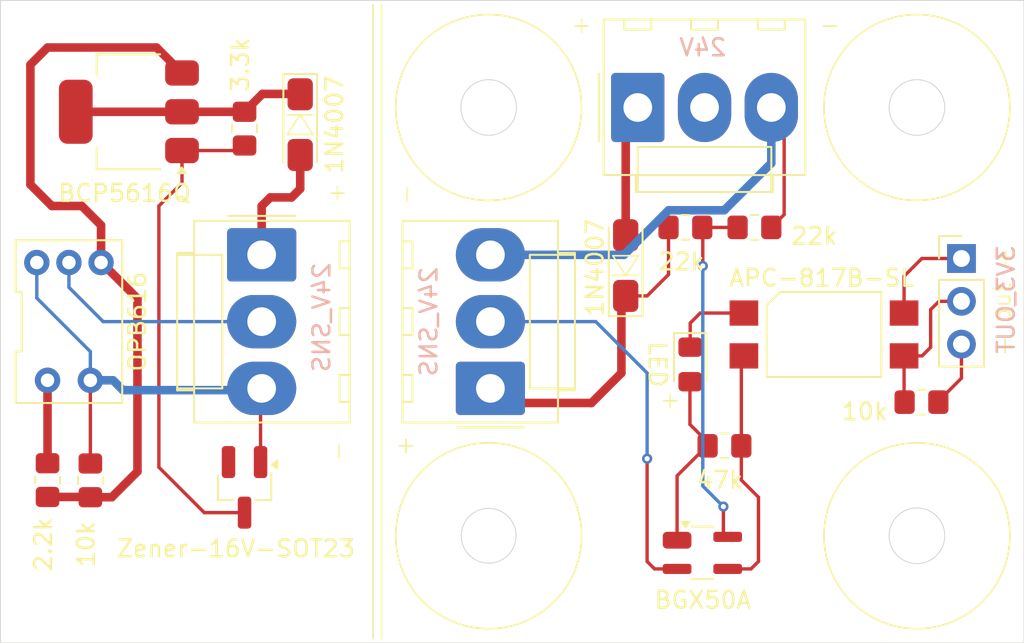
<source format=kicad_pcb>
(kicad_pcb (version 20240108) (generator "pcbnew") (generator_version "8.0")
  (layers (0 "F.Cu" signal) (31 "B.Cu" signal) (34 "B.Paste" user) (35 "F.Paste" user) (36 "B.SilkS" user "B.Silkscreen") (37 "F.SilkS" user "F.Silkscreen") (38 "B.Mask" user) (39 "F.Mask" user) (44 "Edge.Cuts" user))
  (net 0 "")
  (net 1 "Net-(D2-+)")
  (net 2 "Net-(D2--)")
  (net 3 "Net-(T1-E)")
  (net 4 "Net-(D4-A)")
  (net 5 "Net-(D1-A)")
  (net 6 "Net-(U2-Pin_1)")
  (net 7 "Net-(D1-K)")
  (net 8 "Net-(J3-Pin_1)")
  (net 9 "Net-(J1-Pin_2)")
  (net 10 "Net-(J3-Pin_2)")
  (net 11 "Net-(D2-Pad4)")
  (net 12 "Net-(J3-Pin_3)")
  (net 13 "Net-(D4-K)")
  (net 16 "Net-(J1_B1-Pin_2)")
  (net 17 "Net-(D5-A)")
  (net 18 "Net-(D5-K)")
  (net 19 "Net-(J1-Pin_3)")
  (net 20 "Net-(D3-K)")
  (footprint "Connector_Molex:Molex_KK-396_A-41791-0003_1x03_P3.96mm_Vertical" (layer "F.Cu") (at 127.105 67.46 90)
    (property "Reference" "J1")
    (property "Value" "24V_SNS" (at 3.96 -3.661 -90) (layer "B.SilkS") (effects (justify mirror)))
    (fp_line (start 9.94 -5.22) (end 9.94 4.005) (stroke (width 0.12)) (layer "F.SilkS"))
    (fp_line (start 7.12 -5.22) (end 7.12 -4.62) (stroke (width 0.12)) (layer "F.SilkS"))
    (fp_line (start 3.16 -5.22) (end 3.16 -4.62) (stroke (width 0.12)) (layer "F.SilkS"))
    (fp_line (start -0.8 -5.22) (end -0.8 -4.62) (stroke (width 0.12)) (layer "F.SilkS"))
    (fp_line (start -2.02 -5.22) (end 9.94 -5.22) (stroke (width 0.12)) (layer "F.SilkS"))
    (fp_line (start 8.72 -4.62) (end 8.72 -5.22) (stroke (width 0.12)) (layer "F.SilkS"))
    (fp_line (start 7.12 -4.62) (end 8.72 -4.62) (stroke (width 0.12)) (layer "F.SilkS"))
    (fp_line (start 4.76 -4.62) (end 4.76 -5.22) (stroke (width 0.12)) (layer "F.SilkS"))
    (fp_line (start 3.16 -4.62) (end 4.76 -4.62) (stroke (width 0.12)) (layer "F.SilkS"))
    (fp_line (start 0.8 -4.62) (end 0.8 -5.22) (stroke (width 0.12)) (layer "F.SilkS"))
    (fp_line (start -0.8 -4.62) (end 0.8 -4.62) (stroke (width 0.12)) (layer "F.SilkS"))
    (fp_line (start -2.31 -2) (end -2.31 2) (stroke (width 0.12)) (layer "F.SilkS"))
    (fp_line (start 7.92 2.34) (end 7.92 4.01) (stroke (width 0.12)) (layer "F.SilkS"))
    (fp_line (start 0 2.34) (end 7.92 2.34) (stroke (width 0.12)) (layer "F.SilkS"))
    (fp_line (start 9.94 4.005) (end 8.035 4.005) (stroke (width 0.12)) (layer "F.SilkS"))
    (fp_line (start 8.035 4.005) (end 8.035 5.01) (stroke (width 0.12)) (layer "F.SilkS"))
    (fp_line (start -0.115 4.005) (end -2.02 4.005) (stroke (width 0.12)) (layer "F.SilkS"))
    (fp_line (start -2.02 4.005) (end -2.02 -5.22) (stroke (width 0.12)) (layer "F.SilkS"))
    (fp_line (start 7.92 4.01) (end 7.92 5.01) (stroke (width 0.12)) (layer "F.SilkS"))
    (fp_line (start 0 4.01) (end 0 2.34) (stroke (width 0.12)) (layer "F.SilkS"))
    (fp_line (start 0 4.01) (end 7.92 4.01) (stroke (width 0.12)) (layer "F.SilkS"))
    (fp_line (start 8.035 5.01) (end -0.115 5.01) (stroke (width 0.12)) (layer "F.SilkS"))
    (fp_line (start 0 5.01) (end 0 4.01) (stroke (width 0.12)) (layer "F.SilkS"))
    (fp_line (start -0.115 5.01) (end -0.115 4.005) (stroke (width 0.12)) (layer "F.SilkS"))
    (pad "1" thru_hole roundrect (at 0 0 90) (size 3.16 4.1) (drill 1.7) (layers "*.Cu" "*.Mask") (roundrect_rratio 0.079114) (net 7 "Net-(D1-K)"))
    (pad "2" thru_hole oval (at 3.96 0 90) (size 3.16 4.1) (drill 1.7) (layers "*.Cu" "*.Mask") (net 9 "Net-(J1-Pin_2)"))
    (pad "3" thru_hole oval (at 7.92 0 90) (size 3.16 4.1) (drill 1.7) (layers "*.Cu" "*.Mask") (net 19 "Net-(J1-Pin_3)"))
  )
  (footprint "Package_TO_SOT_SMD:SOT-143_Handsoldering" (layer "F.Cu") (at 139.676 77.216)
    (property "Reference" "D2")
    (property "Value" "BGX50A" (at 0.024 2.794 0) (layer "F.SilkS"))
    (fp_line (start -0.65 1.56) (end 0.65 1.56) (stroke (width 0.12)) (layer "F.SilkS"))
    (fp_line (start 0.65 -1.56) (end -0.62 -1.56) (stroke (width 0.12)) (layer "F.SilkS"))
    (fp_poly (pts (xy -1 -1.51) (xy -1.24 -1.84) (xy -0.76 -1.84) (xy -1 -1.51)) (stroke (width 0.12)) (fill solid) (layer "F.SilkS"))
    (pad "1" smd roundrect (at -1.5 -0.75) (size 1.7 1) (layers "F.Cu" "F.Paste" "F.Mask") (net 1 "Net-(D2-+)"))
    (pad "2" smd roundrect (at -1.5 0.95) (size 1.7 0.6) (layers "F.Cu" "F.Paste" "F.Mask") (net 9 "Net-(J1-Pin_2)"))
    (pad "3" smd roundrect (at 1.5 0.95) (size 1.7 0.6) (layers "F.Cu" "F.Paste" "F.Mask") (net 2 "Net-(D2--)"))
    (pad "4" smd roundrect (at 1.5 -0.95) (size 1.7 0.6) (layers "F.Cu" "F.Paste" "F.Mask") (net 11 "Net-(D2-Pad4)"))
  )
  (footprint "Resistor_SMD:R_0805_2012Metric_Pad1.20x1.40mm_HandSolder" (layer "F.Cu") (at 138.668 57.912)
    (property "Reference" "R1")
    (property "Value" "22k" (at -0.238 2.032 0) (layer "F.SilkS"))
    (fp_line (start -0.227064 -0.735) (end 0.227064 -0.735) (stroke (width 0.12)) (layer "F.SilkS"))
    (fp_line (start -0.227064 0.735) (end 0.227064 0.735) (stroke (width 0.12)) (layer "F.SilkS"))
    (pad "1" smd roundrect (at -1 0) (size 1.2 1.4) (layers "F.Cu" "F.Paste" "F.Mask") (roundrect_rratio 0.208333) (net 7 "Net-(D1-K)"))
    (pad "2" smd roundrect (at 1 0) (size 1.2 1.4) (layers "F.Cu" "F.Paste" "F.Mask") (roundrect_rratio 0.208333) (net 11 "Net-(D2-Pad4)"))
  )
  (footprint "Package_TO_SOT_SMD:SOT-223-3_TabPin2" (layer "F.Cu") (at 105.664 51.054 180)
    (property "Reference" "T1")
    (property "Value" "BCP5616Q" (at 0.254 -4.826 180) (layer "F.SilkS"))
    (fp_line (start 1.91 3.41) (end 1.91 2.15) (stroke (width 0.12)) (layer "F.SilkS"))
    (fp_line (start 1.91 -3.41) (end 1.91 -2.15) (stroke (width 0.12)) (layer "F.SilkS"))
    (fp_line (start -1.85 3.41) (end 1.91 3.41) (stroke (width 0.12)) (layer "F.SilkS"))
    (fp_line (start -1.85 -3.41) (end 1.91 -3.41) (stroke (width 0.12)) (layer "F.SilkS"))
    (fp_poly (pts (xy -3.13 -3.31) (xy -3.37 -3.64) (xy -2.89 -3.64) (xy -3.13 -3.31)) (stroke (width 0.12)) (fill solid) (layer "F.SilkS"))
    (pad "1" smd roundrect (at -3.15 -2.3 180) (size 2 1.5) (layers "F.Cu" "F.Paste" "F.Mask") (net 13 "Net-(D4-K)"))
    (pad "2" smd roundrect (at -3.15 0 180) (size 2 1.5) (layers "F.Cu" "F.Paste" "F.Mask") (net 18 "Net-(D5-K)"))
    (pad "2" smd roundrect (at 3.15 0 180) (size 2 3.8) (layers "F.Cu" "F.Paste" "F.Mask") (net 18 "Net-(D5-K)"))
    (pad "3" smd roundrect (at -3.15 2.3 180) (size 2 1.5) (layers "F.Cu" "F.Paste" "F.Mask") (net 3 "Net-(T1-E)"))
  )
  (footprint "Connector_Molex:Molex_KK-396_A-41791-0003_1x03_P3.96mm_Vertical" (layer "F.Cu") (at 113.538 59.54 -90)
    (property "Reference" "J1_B1")
    (property "Value" "24V_SNS" (at 3.706 -3.556 90) (layer "B.SilkS") (effects (justify mirror)))
    (fp_line (start -0.115 5.01) (end -0.115 4.005) (stroke (width 0.12)) (layer "F.SilkS"))
    (fp_line (start 0 5.01) (end 0 4.01) (stroke (width 0.12)) (layer "F.SilkS"))
    (fp_line (start 8.035 5.01) (end -0.115 5.01) (stroke (width 0.12)) (layer "F.SilkS"))
    (fp_line (start 0 4.01) (end 7.92 4.01) (stroke (width 0.12)) (layer "F.SilkS"))
    (fp_line (start 0 4.01) (end 0 2.34) (stroke (width 0.12)) (layer "F.SilkS"))
    (fp_line (start 7.92 4.01) (end 7.92 5.01) (stroke (width 0.12)) (layer "F.SilkS"))
    (fp_line (start -2.02 4.005) (end -2.02 -5.22) (stroke (width 0.12)) (layer "F.SilkS"))
    (fp_line (start -0.115 4.005) (end -2.02 4.005) (stroke (width 0.12)) (layer "F.SilkS"))
    (fp_line (start 8.035 4.005) (end 8.035 5.01) (stroke (width 0.12)) (layer "F.SilkS"))
    (fp_line (start 9.94 4.005) (end 8.035 4.005) (stroke (width 0.12)) (layer "F.SilkS"))
    (fp_line (start 0 2.34) (end 7.92 2.34) (stroke (width 0.12)) (layer "F.SilkS"))
    (fp_line (start 7.92 2.34) (end 7.92 4.01) (stroke (width 0.12)) (layer "F.SilkS"))
    (fp_line (start -2.31 -2) (end -2.31 2) (stroke (width 0.12)) (layer "F.SilkS"))
    (fp_line (start -0.8 -4.62) (end 0.8 -4.62) (stroke (width 0.12)) (layer "F.SilkS"))
    (fp_line (start 0.8 -4.62) (end 0.8 -5.22) (stroke (width 0.12)) (layer "F.SilkS"))
    (fp_line (start 3.16 -4.62) (end 4.76 -4.62) (stroke (width 0.12)) (layer "F.SilkS"))
    (fp_line (start 4.76 -4.62) (end 4.76 -5.22) (stroke (width 0.12)) (layer "F.SilkS"))
    (fp_line (start 7.12 -4.62) (end 8.72 -4.62) (stroke (width 0.12)) (layer "F.SilkS"))
    (fp_line (start 8.72 -4.62) (end 8.72 -5.22) (stroke (width 0.12)) (layer "F.SilkS"))
    (fp_line (start -2.02 -5.22) (end 9.94 -5.22) (stroke (width 0.12)) (layer "F.SilkS"))
    (fp_line (start -0.8 -5.22) (end -0.8 -4.62) (stroke (width 0.12)) (layer "F.SilkS"))
    (fp_line (start 3.16 -5.22) (end 3.16 -4.62) (stroke (width 0.12)) (layer "F.SilkS"))
    (fp_line (start 7.12 -5.22) (end 7.12 -4.62) (stroke (width 0.12)) (layer "F.SilkS"))
    (fp_line (start 9.94 -5.22) (end 9.94 4.005) (stroke (width 0.12)) (layer "F.SilkS"))
    (pad "1" thru_hole roundrect (at 0 0 270) (size 3.16 4.1) (drill 1.7) (layers "*.Cu" "*.Mask") (roundrect_rratio 0.079114) (net 17 "Net-(D5-A)"))
    (pad "2" thru_hole oval (at 3.96 0 270) (size 3.16 4.1) (drill 1.7) (layers "*.Cu" "*.Mask") (net 16 "Net-(J1_B1-Pin_2)"))
    (pad "3" thru_hole oval (at 7.92 0 270) (size 3.16 4.1) (drill 1.7) (layers "*.Cu" "*.Mask") (net 4 "Net-(D4-A)"))
  )
  (footprint "Secoh:APC-817-SL" (layer "F.Cu") (at 146.888 64.262 -90)
    (property "Reference" "U1")
    (property "Value" "APC-817B-SL" (at -3.3528 0.1268 0) (layer "F.SilkS"))
    (fp_line (start -1.72 3.4) (end -2.52 2.6) (stroke (width 0.12)) (layer "F.SilkS"))
    (fp_line (start 2.52 3.4) (end -1.72 3.4) (stroke (width 0.12)) (layer "F.SilkS"))
    (fp_line (start -2.52 2.6) (end -2.52 -3.4) (stroke (width 0.12)) (layer "F.SilkS"))
    (fp_line (start -2.52 -3.4) (end 2.52 -3.4) (stroke (width 0.12)) (layer "F.SilkS"))
    (fp_line (start 2.52 -3.4) (end 2.52 3.4) (stroke (width 0.12)) (layer "F.SilkS"))
    (pad "1" smd rect (at -1.27 4.75 270) (size 1.5 1.7) (layers "F.Cu" "F.Paste" "F.Mask") (net 20 "Net-(D3-K)"))
    (pad "2" smd rect (at 1.27 4.75 270) (size 1.5 1.7) (layers "F.Cu" "F.Paste" "F.Mask") (net 2 "Net-(D2--)"))
    (pad "3" smd rect (at 1.27 -4.75 270) (size 1.5 1.7) (layers "F.Cu" "F.Paste" "F.Mask") (net 10 "Net-(J3-Pin_2)"))
    (pad "4" smd rect (at -1.27 -4.75 270) (size 1.5 1.7) (layers "F.Cu" "F.Paste" "F.Mask") (net 8 "Net-(J3-Pin_1)"))
  )
  (footprint "Secoh:LED_0805" (layer "F.Cu") (at 138.938 66.049 -90)
    (property "Reference" "D3")
    (property "Value" "LED" (at -0.009 1.9304 -90) (layer "F.SilkS"))
    (fp_line (start -1.8694 0.9442) (end 0.9906 0.9442) (stroke (width 0.12)) (layer "F.SilkS"))
    (fp_line (start -1.8694 -0.9758) (end -1.8694 0.9442) (stroke (width 0.12)) (layer "F.SilkS"))
    (fp_line (start 0.9906 -0.9758) (end -1.8694 -0.9758) (stroke (width 0.12)) (layer "F.SilkS"))
    (fp_text user "+" (at 1.4642 1.6764 -90) (layer "F.SilkS") (effects (font (thickness 0.1)) (justify left bottom)))
    (pad "1" smd roundrect (at -1.0344 -0.0158 270) (size 1.15 1.4) (layers "F.Cu" "F.Paste" "F.Mask") (roundrect_rratio 0.217391) (net 20 "Net-(D3-K)"))
    (pad "2" smd roundrect (at 1.0156 -0.0158 270) (size 1.15 1.4) (layers "F.Cu" "F.Paste" "F.Mask") (roundrect_rratio 0.217391) (net 1 "Net-(D2-+)"))
  )
  (footprint "Resistor_SMD:R_0805_2012Metric_Pad1.20x1.40mm_HandSolder" (layer "F.Cu") (at 152.67 68.2752)
    (property "Reference" "R4")
    (property "Value" "10k" (at -3.3688 0.5588 0) (layer "F.SilkS"))
    (fp_line (start -0.227064 -0.735) (end 0.227064 -0.735) (stroke (width 0.12)) (layer "F.SilkS"))
    (fp_line (start -0.227064 0.735) (end 0.227064 0.735) (stroke (width 0.12)) (layer "F.SilkS"))
    (pad "1" smd roundrect (at -1 0) (size 1.2 1.4) (layers "F.Cu" "F.Paste" "F.Mask") (roundrect_rratio 0.208333) (net 10 "Net-(J3-Pin_2)"))
    (pad "2" smd roundrect (at 1 0) (size 1.2 1.4) (layers "F.Cu" "F.Paste" "F.Mask") (roundrect_rratio 0.208333) (net 12 "Net-(J3-Pin_3)"))
  )
  (footprint "Secoh:D_SOD-123F_hand_soldering" (layer "F.Cu") (at 115.824 51.816 -90)
    (property "Reference" "D5")
    (property "Value" "1N4007" (at 0 -2.032 90) (layer "F.SilkS"))
    (fp_line (start -3 1) (end 2.25 1) (stroke (width 0.12)) (layer "F.SilkS"))
    (fp_line (start 0.5842 0.762) (end -0.5842 0) (stroke (width 0.1)) (layer "F.SilkS"))
    (fp_line (start -0.5842 0) (end 0.5842 -0.762) (stroke (width 0.1)) (layer "F.SilkS"))
    (fp_line (start -0.5842 -0.762) (end -0.5842 0.762) (stroke (width 0.1)) (layer "F.SilkS"))
    (fp_line (start 0.5842 -0.762) (end 0.5842 0.762) (stroke (width 0.1)) (layer "F.SilkS"))
    (fp_line (start -3 -1) (end -3 1) (stroke (width 0.12)) (layer "F.SilkS"))
    (fp_line (start -3 -1) (end 2.25 -1) (stroke (width 0.12)) (layer "F.SilkS"))
    (pad "1" smd roundrect (at -1.8 0 270) (size 1.9 1.5) (layers "F.Cu" "F.Paste" "F.Mask") (roundrect_rratio 0.2272727273) (net 18 "Net-(D5-K)"))
    (pad "2" smd roundrect (at 1.8 0 270) (size 1.9 1.5) (layers "F.Cu" "F.Paste" "F.Mask") (roundrect_rratio 0.2272727273) (net 17 "Net-(D5-A)"))
  )
  (footprint "Package_TO_SOT_SMD:SOT-23_Handsoldering" (layer "F.Cu") (at 112.522 73.3284 -90)
    (property "Reference" "D4")
    (property "Value" "Zener-16V-SOT23" (at 3.6336 0.508 0) (layer "F.SilkS"))
    (fp_line (start 0.76 1.58) (end -0.7 1.58) (stroke (width 0.12)) (layer "F.SilkS"))
    (fp_line (start 0.76 1.58) (end 0.76 0.65) (stroke (width 0.12)) (layer "F.SilkS"))
    (fp_line (start -0.04 -1.58) (end -0.84 -1.58) (stroke (width 0.12)) (layer "F.SilkS"))
    (fp_line (start -0.04 -1.58) (end 0.76 -1.58) (stroke (width 0.12)) (layer "F.SilkS"))
    (fp_line (start 0.76 -1.58) (end 0.76 -0.65) (stroke (width 0.12)) (layer "F.SilkS"))
    (fp_poly (pts (xy -1.34 -1.61) (xy -1.58 -1.94) (xy -1.1 -1.94) (xy -1.34 -1.61)) (stroke (width 0.12)) (fill solid) (layer "F.SilkS"))
    (pad "1" smd roundrect (at -1.5 -0.95 270) (size 1.9 0.8) (layers "F.Cu" "F.Paste" "F.Mask") (net 4 "Net-(D4-A)"))
    (pad "2" smd roundrect (at -1.5 0.95 270) (size 1.9 0.8) (layers "F.Cu" "F.Paste" "F.Mask"))
    (pad "3" smd roundrect (at 1.5 0 270) (size 1.9 0.8) (layers "F.Cu" "F.Paste" "F.Mask") (net 13 "Net-(D4-K)"))
  )
  (footprint "Resistor_SMD:R_0805_2012Metric_Pad1.20x1.40mm_HandSolder" (layer "F.Cu") (at 140.986 70.866)
    (property "Reference" "R3")
    (property "Value" "47k" (at -0.27 2.032 0) (layer "F.SilkS"))
    (fp_line (start -0.227064 -0.735) (end 0.227064 -0.735) (stroke (width 0.12)) (layer "F.SilkS"))
    (fp_line (start -0.227064 0.735) (end 0.227064 0.735) (stroke (width 0.12)) (layer "F.SilkS"))
    (pad "1" smd roundrect (at -1 0) (size 1.2 1.4) (layers "F.Cu" "F.Paste" "F.Mask") (roundrect_rratio 0.208333) (net 1 "Net-(D2-+)"))
    (pad "2" smd roundrect (at 1 0) (size 1.2 1.4) (layers "F.Cu" "F.Paste" "F.Mask") (roundrect_rratio 0.208333) (net 2 "Net-(D2--)"))
  )
  (footprint "Secoh:D_SOD-123F_hand_soldering" (layer "F.Cu") (at 135.128 60.176 90)
    (property "Reference" "D1")
    (property "Value" "1N4007" (at -0.1236 -1.8288 90) (layer "F.SilkS"))
    (fp_line (start -3 -1) (end 2.25 -1) (stroke (width 0.12)) (layer "F.SilkS"))
    (fp_line (start -3 -1) (end -3 1) (stroke (width 0.12)) (layer "F.SilkS"))
    (fp_line (start 0.5842 -0.762) (end 0.5842 0.762) (stroke (width 0.1)) (layer "F.SilkS"))
    (fp_line (start -0.5842 -0.762) (end -0.5842 0.762) (stroke (width 0.1)) (layer "F.SilkS"))
    (fp_line (start -0.5842 0) (end 0.5842 -0.762) (stroke (width 0.1)) (layer "F.SilkS"))
    (fp_line (start 0.5842 0.762) (end -0.5842 0) (stroke (width 0.1)) (layer "F.SilkS"))
    (fp_line (start -3 1) (end 2.25 1) (stroke (width 0.12)) (layer "F.SilkS"))
    (pad "1" smd roundrect (at -1.8 0 90) (size 1.9 1.5) (layers "F.Cu" "F.Paste" "F.Mask") (roundrect_rratio 0.2272727273) (net 7 "Net-(D1-K)"))
    (pad "2" smd roundrect (at 1.8 0 90) (size 1.9 1.5) (layers "F.Cu" "F.Paste" "F.Mask") (roundrect_rratio 0.2272727273) (net 5 "Net-(D1-A)"))
  )
  (footprint "Connector_PinHeader_2.54mm:PinHeader_1x03_P2.54mm_Vertical" (layer "F.Cu") (at 155.0416 59.7558)
    (property "Reference" "J3")
    (property "Value" "3V3_OUT" (at 2.6416 2.4384 90) (layer "B.SilkS") (effects (justify mirror)))
    (fp_line (start -1.33 -1.33) (end 0 -1.33) (stroke (width 0.12)) (layer "F.SilkS"))
    (fp_line (start -1.33 0) (end -1.33 -1.33) (stroke (width 0.12)) (layer "F.SilkS"))
    (fp_line (start -1.33 1.27) (end -1.33 6.41) (stroke (width 0.12)) (layer "F.SilkS"))
    (fp_line (start -1.33 1.27) (end 1.33 1.27) (stroke (width 0.12)) (layer "F.SilkS"))
    (fp_line (start -1.33 6.41) (end 1.33 6.41) (stroke (width 0.12)) (layer "F.SilkS"))
    (fp_line (start 1.33 1.27) (end 1.33 6.41) (stroke (width 0.12)) (layer "F.SilkS"))
    (pad "1" thru_hole rect (at 0 0) (size 1.7 1.7) (drill 1) (layers "*.Cu" "*.Mask") (net 8 "Net-(J3-Pin_1)"))
    (pad "2" thru_hole oval (at 0 2.54) (size 1.7 1.7) (drill 1) (layers "*.Cu" "*.Mask") (net 10 "Net-(J3-Pin_2)"))
    (pad "3" thru_hole oval (at 0 5.08) (size 1.7 1.7) (drill 1) (layers "*.Cu" "*.Mask") (net 12 "Net-(J3-Pin_3)"))
  )
  (footprint "Resistor_SMD:R_0805_2012Metric_Pad1.20x1.40mm_HandSolder" (layer "F.Cu") (at 112.522 52.054 -90)
    (property "Reference" "R5")
    (property "Value" "3.3k" (at -3.794 0.254 90) (layer "F.SilkS"))
    (fp_line (start -0.227064 0.735) (end 0.227064 0.735) (stroke (width 0.12)) (layer "F.SilkS"))
    (fp_line (start -0.227064 -0.735) (end 0.227064 -0.735) (stroke (width 0.12)) (layer "F.SilkS"))
    (pad "1" smd roundrect (at -1 0 270) (size 1.2 1.4) (layers "F.Cu" "F.Paste" "F.Mask") (roundrect_rratio 0.208333) (net 18 "Net-(D5-K)"))
    (pad "2" smd roundrect (at 1 0 270) (size 1.2 1.4) (layers "F.Cu" "F.Paste" "F.Mask") (roundrect_rratio 0.208333) (net 13 "Net-(D4-K)"))
  )
  (footprint "Secoh:OPB-616" (layer "F.Cu") (at 102.108 63.5)
    (property "Reference" "U2")
    (property "Value" "OPB616" (at 4.064 0 90) (layer "F.SilkS"))
    (fp_line (start -3.16 -4.826) (end -3.16 -1.771666) (stroke (width 0.12)) (layer "F.SilkS"))
    (fp_line (start -3.16 -1.771666) (end -2.8 -1.771666) (stroke (width 0.12)) (layer "F.SilkS"))
    (fp_line (start -3.16 1.771666) (end -3.16 4.826) (stroke (width 0.12)) (layer "F.SilkS"))
    (fp_line (start -3.16 4.826) (end 3.159999 4.826) (stroke (width 0.12)) (layer "F.SilkS"))
    (fp_line (start -2.8 -1.771666) (end -2.8 1.771666) (stroke (width 0.12)) (layer "F.SilkS"))
    (fp_line (start -2.8 1.771666) (end -3.16 1.771666) (stroke (width 0.12)) (layer "F.SilkS"))
    (fp_line (start 3.159999 -4.826) (end -3.16 -4.826) (stroke (width 0.12)) (layer "F.SilkS"))
    (fp_line (start 3.159999 4.826) (end 3.159999 -4.826) (stroke (width 0.12)) (layer "F.SilkS"))
    (pad "1" thru_hole circle (at -1.27 3.4798) (size 1.5 1.5) (drill 0.8) (layers "*.Cu" "*.Mask") (net 6 "Net-(U2-Pin_1)"))
    (pad "2" thru_hole circle (at 1.27 3.4798) (size 1.5 1.5) (drill 0.8) (layers "*.Cu" "*.Mask") (net 4 "Net-(D4-A)"))
    (pad "3" thru_hole circle (at 1.905 -3.5052) (size 1.5 1.5) (drill 0.8) (layers "*.Cu" "*.Mask") (net 3 "Net-(T1-E)"))
    (pad "4" thru_hole circle (at 0 -3.5052) (size 1.5 1.5) (drill 0.8) (layers "*.Cu" "*.Mask") (net 16 "Net-(J1_B1-Pin_2)"))
    (pad "5" thru_hole circle (at -1.905 -3.5052) (size 1.5 1.5) (drill 0.8) (layers "*.Cu" "*.Mask") (net 4 "Net-(D4-A)"))
  )
  (footprint "Resistor_SMD:R_0805_2012Metric_Pad1.20x1.40mm_HandSolder" (layer "F.Cu") (at 103.378 72.914 90)
    (property "Reference" "R7")
    (property "Value" "10k" (at -3.794 -0.254 -90) (layer "F.SilkS"))
    (fp_line (start -0.227064 -0.735) (end 0.227064 -0.735) (stroke (width 0.12)) (layer "F.SilkS"))
    (fp_line (start -0.227064 0.735) (end 0.227064 0.735) (stroke (width 0.12)) (layer "F.SilkS"))
    (pad "1" smd roundrect (at -1 0 90) (size 1.2 1.4) (layers "F.Cu" "F.Paste" "F.Mask") (roundrect_rratio 0.208333) (net 3 "Net-(T1-E)"))
    (pad "2" smd roundrect (at 1 0 90) (size 1.2 1.4) (layers "F.Cu" "F.Paste" "F.Mask") (roundrect_rratio 0.208333) (net 4 "Net-(D4-A)"))
  )
  (footprint "Connector_Molex:Molex_KK-396_A-41791-0003_1x03_P3.96mm_Vertical" (layer "F.Cu") (at 135.844 50.8)
    (property "Reference" "J2")
    (property "Value" "24V" (at 3.856 -3.556 0) (layer "B.SilkS") (effects (justify mirror)))
    (fp_line (start -2.31 -2) (end -2.31 2) (stroke (width 0.12)) (layer "F.SilkS"))
    (fp_line (start -2.02 -5.22) (end 9.94 -5.22) (stroke (width 0.12)) (layer "F.SilkS"))
    (fp_line (start -2.02 4.005) (end -2.02 -5.22) (stroke (width 0.12)) (layer "F.SilkS"))
    (fp_line (start -0.8 -5.22) (end -0.8 -4.62) (stroke (width 0.12)) (layer "F.SilkS"))
    (fp_line (start -0.8 -4.62) (end 0.8 -4.62) (stroke (width 0.12)) (layer "F.SilkS"))
    (fp_line (start -0.115 4.005) (end -2.02 4.005) (stroke (width 0.12)) (layer "F.SilkS"))
    (fp_line (start -0.115 5.01) (end -0.115 4.005) (stroke (width 0.12)) (layer "F.SilkS"))
    (fp_line (start 0 2.34) (end 7.92 2.34) (stroke (width 0.12)) (layer "F.SilkS"))
    (fp_line (start 0 4.01) (end 0 2.34) (stroke (width 0.12)) (layer "F.SilkS"))
    (fp_line (start 0 4.01) (end 7.92 4.01) (stroke (width 0.12)) (layer "F.SilkS"))
    (fp_line (start 0 5.01) (end 0 4.01) (stroke (width 0.12)) (layer "F.SilkS"))
    (fp_line (start 0.8 -4.62) (end 0.8 -5.22) (stroke (width 0.12)) (layer "F.SilkS"))
    (fp_line (start 3.16 -5.22) (end 3.16 -4.62) (stroke (width 0.12)) (layer "F.SilkS"))
    (fp_line (start 3.16 -4.62) (end 4.76 -4.62) (stroke (width 0.12)) (layer "F.SilkS"))
    (fp_line (start 4.76 -4.62) (end 4.76 -5.22) (stroke (width 0.12)) (layer "F.SilkS"))
    (fp_line (start 7.12 -5.22) (end 7.12 -4.62) (stroke (width 0.12)) (layer "F.SilkS"))
    (fp_line (start 7.12 -4.62) (end 8.72 -4.62) (stroke (width 0.12)) (layer "F.SilkS"))
    (fp_line (start 7.92 2.34) (end 7.92 4.01) (stroke (width 0.12)) (layer "F.SilkS"))
    (fp_line (start 7.92 4.01) (end 7.92 5.01) (stroke (width 0.12)) (layer "F.SilkS"))
    (fp_line (start 8.035 4.005) (end 8.035 5.01) (stroke (width 0.12)) (layer "F.SilkS"))
    (fp_line (start 8.035 5.01) (end -0.115 5.01) (stroke (width 0.12)) (layer "F.SilkS"))
    (fp_line (start 8.72 -4.62) (end 8.72 -5.22) (stroke (width 0.12)) (layer "F.SilkS"))
    (fp_line (start 9.94 -5.22) (end 9.94 4.005) (stroke (width 0.12)) (layer "F.SilkS"))
    (fp_line (start 9.94 4.005) (end 8.035 4.005) (stroke (width 0.12)) (layer "F.SilkS"))
    (pad "1" thru_hole roundrect (at 0 0) (size 3.16 4.1) (drill 1.7) (layers "*.Cu" "*.Mask") (roundrect_rratio 0.079114) (net 5 "Net-(D1-A)"))
    (pad "2" thru_hole oval (at 3.96 0) (size 3.16 4.1) (drill 1.7) (layers "*.Cu" "*.Mask"))
    (pad "3" thru_hole oval (at 7.92 0) (size 3.16 4.1) (drill 1.7) (layers "*.Cu" "*.Mask") (net 19 "Net-(J1-Pin_3)"))
  )
  (footprint "Resistor_SMD:R_0805_2012Metric_Pad1.20x1.40mm_HandSolder" (layer "F.Cu") (at 100.838 72.898 90)
    (property "Reference" "R6")
    (property "Value" "2.2k" (at -3.81 -0.254 -90) (layer "F.SilkS"))
    (fp_line (start -0.227064 -0.735) (end 0.227064 -0.735) (stroke (width 0.12)) (layer "F.SilkS"))
    (fp_line (start -0.227064 0.735) (end 0.227064 0.735) (stroke (width 0.12)) (layer "F.SilkS"))
    (pad "1" smd roundrect (at -1 0 90) (size 1.2 1.4) (layers "F.Cu" "F.Paste" "F.Mask") (roundrect_rratio 0.208333) (net 3 "Net-(T1-E)"))
    (pad "2" smd roundrect (at 1 0 90) (size 1.2 1.4) (layers "F.Cu" "F.Paste" "F.Mask") (roundrect_rratio 0.208333) (net 6 "Net-(U2-Pin_1)"))
  )
  (footprint "Resistor_SMD:R_0805_2012Metric_Pad1.20x1.40mm_HandSolder" (layer "F.Cu") (at 142.764 57.912)
    (property "Reference" "R2")
    (property "Value" "22k" (at 3.54 0.508 0) (layer "F.SilkS"))
    (fp_line (start -0.227064 -0.735) (end 0.227064 -0.735) (stroke (width 0.12)) (layer "F.SilkS"))
    (fp_line (start -0.227064 0.735) (end 0.227064 0.735) (stroke (width 0.12)) (layer "F.SilkS"))
    (pad "1" smd roundrect (at -1 0) (size 1.2 1.4) (layers "F.Cu" "F.Paste" "F.Mask") (roundrect_rratio 0.208333) (net 11 "Net-(D2-Pad4)"))
    (pad "2" smd roundrect (at 1 0) (size 1.2 1.4) (layers "F.Cu" "F.Paste" "F.Mask") (roundrect_rratio 0.208333) (net 19 "Net-(J1-Pin_3)"))
  )
  (gr_circle (center 152.4 50.8) (end 157.9118 50.8) (stroke (width 0.1)) (fill none) (layer "F.SilkS"))
  (gr_circle (center 152.4 76.2) (end 157.9118 76.2) (stroke (width 0.1)) (fill none) (layer "F.SilkS"))
  (gr_circle (center 127 76.2) (end 132.5118 76.2) (stroke (width 0.1)) (fill none) (layer "F.SilkS"))
  (gr_line (start 120.142 44.704) (end 120.142 82.296) (stroke (width 0.1)) (layer "F.SilkS"))
  (gr_circle (center 127 50.8) (end 132.5118 50.8) (stroke (width 0.1)) (fill none) (layer "F.SilkS"))
  (gr_line (start 120.65 44.704) (end 120.65 82.296) (stroke (width 0.1)) (layer "F.SilkS"))
  (gr_circle (center 127 50.8) (end 128.651 50.8) (stroke (width 0.05)) (fill none) (layer "Edge.Cuts"))
  (gr_circle (center 127 76.2) (end 128.6256 76.2) (stroke (width 0.05)) (fill none) (layer "Edge.Cuts"))
  (gr_circle (center 152.4 76.2) (end 154.051 76.2) (stroke (width 0.05)) (fill none) (layer "Edge.Cuts"))
  (gr_circle (center 152.4 50.8) (end 154.051 50.8) (stroke (width 0.05)) (fill none) (layer "Edge.Cuts"))
  (gr_rect (start 98.044 44.45) (end 158.75 82.55) (stroke (width 0.05)) (fill none) (layer "Edge.Cuts"))
  (gr_text "-" (at 158.1404 65.6336 90) (layer "F.SilkS") (effects (font (size 1 1) (thickness 0.1)) (justify left bottom)))
  (gr_text "+" (at 131.826 46.482 0) (layer "F.SilkS") (effects (font (size 1 1) (thickness 0.1)) (justify left bottom)))
  (gr_text "+" (at 121.412 71.374 0) (layer "F.SilkS") (effects (font (size 1 1) (thickness 0.1)) (justify left bottom)))
  (gr_text "+" (at 117.348 56.388 0) (layer "F.SilkS") (effects (font (size 1 1) (thickness 0.1)) (justify left bottom)))
  (gr_text "-" (at 146.558 46.482 0) (layer "F.SilkS") (effects (font (size 1 1) (thickness 0.1)) (justify left bottom)))
  (gr_text "-" (at 122.682 56.642 90) (layer "F.SilkS") (effects (font (size 1 1) (thickness 0.1)) (justify left bottom)))
  (gr_text "+" (at 156.972 60.198 0) (layer "F.SilkS") (effects (font (size 1 1) (thickness 0.1)) (justify left bottom)))
  (gr_text "out" (at 158.0388 63.6524 90) (layer "F.SilkS") (effects (font (size 1 1) (thickness 0.1)) (justify left bottom)))
  (gr_text "-" (at 118.618 71.882 90) (layer "F.SilkS") (effects (font (size 1 1) (thickness 0.1)) (justify left bottom)))
  (segment (start 139.954 70.866) (end 138.176 72.644) (width 0.2) (layer "F.Cu") (net 1))
  (segment (start 138.938 69.596) (end 138.938 67.074) (width 0.2) (layer "F.Cu") (net 1))
  (segment (start 139.986 70.866) (end 139.986 70.644) (width 0.2) (layer "F.Cu") (net 1))
  (segment (start 138.176 72.644) (end 138.176 76.466) (width 0.2) (layer "F.Cu") (net 1))
  (segment (start 139.986 70.644) (end 138.938 69.596) (width 0.2) (layer "F.Cu") (net 1))
  (segment (start 139.986 70.866) (end 139.954 70.866) (width 0.2) (layer "F.Cu") (net 1))
  (segment (start 142.56 78.166) (end 143.002 77.724) (width 0.2) (layer "F.Cu") (net 2))
  (segment (start 141.176 78.166) (end 142.56 78.166) (width 0.2) (layer "F.Cu") (net 2))
  (segment (start 143.002 77.724) (end 143.002 73.914) (width 0.2) (layer "F.Cu") (net 2))
  (segment (start 141.986 65.684) (end 142.138 65.532) (width 0.2) (layer "F.Cu") (net 2))
  (segment (start 141.986 72.898) (end 141.986 70.866) (width 0.2) (layer "F.Cu") (net 2))
  (segment (start 141.986 70.866) (end 141.986 65.684) (width 0.2) (layer "F.Cu") (net 2))
  (segment (start 143.002 73.914) (end 141.986 72.898) (width 0.2) (layer "F.Cu") (net 2))
  (segment (start 104.648 73.914) (end 106.172 72.39) (width 0.508) (layer "F.Cu") (net 3))
  (segment (start 100.838 73.898) (end 103.362 73.898) (width 0.508) (layer "F.Cu") (net 3))
  (segment (start 99.822 55.372) (end 99.822 48.26) (width 0.508) (layer "F.Cu") (net 3))
  (segment (start 100.838 47.244) (end 107.304 47.244) (width 0.508) (layer "F.Cu") (net 3))
  (segment (start 101.092 56.642) (end 99.822 55.372) (width 0.508) (layer "F.Cu") (net 3))
  (segment (start 102.87 56.642) (end 101.092 56.642) (width 0.508) (layer "F.Cu") (net 3))
  (segment (start 103.378 73.914) (end 104.648 73.914) (width 0.508) (layer "F.Cu") (net 3))
  (segment (start 99.822 48.26) (end 100.838 47.244) (width 0.508) (layer "F.Cu") (net 3))
  (segment (start 104.013 59.9694) (end 104.013 57.785) (width 0.508) (layer "F.Cu") (net 3))
  (segment (start 104.013 57.785) (end 102.87 56.642) (width 0.508) (layer "F.Cu") (net 3))
  (segment (start 103.362 73.898) (end 103.378 73.914) (width 0.2) (layer "F.Cu") (net 3))
  (segment (start 107.304 47.244) (end 108.814 48.754) (width 0.508) (layer "F.Cu") (net 3))
  (segment (start 106.172 72.39) (end 106.172 62.1284) (width 0.508) (layer "F.Cu") (net 3))
  (segment (start 106.172 62.1284) (end 104.013 59.9694) (width 0.508) (layer "F.Cu") (net 3))
  (segment (start 103.378 71.914) (end 103.378 67.564) (width 0.2) (layer "F.Cu") (net 4))
  (segment (start 113.472 67.526) (end 113.538 67.46) (width 0.2) (layer "F.Cu") (net 4))
  (segment (start 113.472 71.8284) (end 113.472 67.526) (width 0.2) (layer "F.Cu") (net 4))
  (segment (start 103.378 66.9798) (end 104.7242 66.9798) (width 0.508) (layer "B.Cu") (net 4))
  (segment (start 104.7242 66.9798) (end 105.3084 67.564) (width 0.508) (layer "B.Cu") (net 4))
  (segment (start 113.434 67.564) (end 113.538 67.46) (width 0.2) (layer "B.Cu") (net 4))
  (segment (start 100.203 62.103) (end 100.203 59.436) (width 0.2) (layer "B.Cu") (net 4))
  (segment (start 103.378 65.278) (end 100.203 62.103) (width 0.2) (layer "B.Cu") (net 4))
  (segment (start 103.378 66.9798) (end 103.378 65.278) (width 0.2) (layer "B.Cu") (net 4))
  (segment (start 105.3084 67.564) (end 113.434 67.564) (width 0.508) (layer "B.Cu") (net 4))
  (segment (start 135.128 51.516) (end 135.844 50.8) (width 0.2) (layer "F.Cu") (net 5))
  (segment (start 135.128 58.376) (end 135.128 51.516) (width 0.508) (layer "F.Cu") (net 5))
  (segment (start 134.874 58.376) (end 135.128 58.376) (width 0.2) (layer "F.Cu") (net 5))
  (segment (start 100.838 71.898) (end 100.838 67.564) (width 0.508) (layer "F.Cu") (net 6))
  (segment (start 127.971 68.326) (end 133.096 68.326) (width 0.508) (layer "F.Cu") (net 7))
  (segment (start 127.105 67.46) (end 127.971 68.326) (width 0.2) (layer "F.Cu") (net 7))
  (segment (start 134.874 66.548) (end 134.874 61.976) (width 0.508) (layer "F.Cu") (net 7))
  (segment (start 137.668 60.706) (end 137.668 57.912) (width 0.2) (layer "F.Cu") (net 7))
  (segment (start 133.096 68.326) (end 134.874 66.548) (width 0.508) (layer "F.Cu") (net 7))
  (segment (start 134.874 61.976) (end 136.398 61.976) (width 0.2) (layer "F.Cu") (net 7))
  (segment (start 136.398 61.976) (end 137.668 60.706) (width 0.2) (layer "F.Cu") (net 7))
  (segment (start 151.638 60.8076) (end 152.6898 59.7558) (width 0.2) (layer "F.Cu") (net 8))
  (segment (start 151.638 62.992) (end 151.638 60.8076) (width 0.2) (layer "F.Cu") (net 8))
  (segment (start 152.6898 59.7558) (end 155.0416 59.7558) (width 0.2) (layer "F.Cu") (net 8))
  (segment (start 138.176 78.166) (end 136.84 78.166) (width 0.2) (layer "F.Cu") (net 9))
  (segment (start 136.84 78.166) (end 136.398 77.724) (width 0.2) (layer "F.Cu") (net 9))
  (segment (start 136.398 77.724) (end 136.398 71.628) (width 0.2) (layer "F.Cu") (net 9))
  (via (at 136.398 71.628) (size 0.6) (drill 0.3) (layers "F.Cu" "B.Cu") (net 9))
  (segment (start 133.35 63.5) (end 127.105 63.5) (width 0.2) (layer "B.Cu") (net 9))
  (segment (start 136.398 71.628) (end 136.398 66.548) (width 0.2) (layer "B.Cu") (net 9))
  (segment (start 136.398 66.548) (end 133.35 63.5) (width 0.2) (layer "B.Cu") (net 9))
  (segment (start 153.2128 62.7888) (end 153.7058 62.2958) (width 0.2) (layer "F.Cu") (net 10))
  (segment (start 153.7058 62.2958) (end 155.0416 62.2958) (width 0.2) (layer "F.Cu") (net 10))
  (segment (start 151.638 65.532) (end 151.638 68.2432) (width 0.2) (layer "F.Cu") (net 10))
  (segment (start 151.638 65.532) (end 152.7048 65.532) (width 0.2) (layer "F.Cu") (net 10))
  (segment (start 153.2128 65.024) (end 153.2128 62.7888) (width 0.2) (layer "F.Cu") (net 10))
  (segment (start 152.7048 65.532) (end 153.2128 65.024) (width 0.2) (layer "F.Cu") (net 10))
  (segment (start 151.638 68.2432) (end 151.67 68.2752) (width 0.2) (layer "F.Cu") (net 10))
  (segment (start 139.7 60.198) (end 139.7 57.944) (width 0.2) (layer "F.Cu") (net 11))
  (segment (start 140.922 76.266) (end 140.922 74.47) (width 0.2) (layer "F.Cu") (net 11))
  (segment (start 139.7 57.944) (end 139.668 57.912) (width 0.2) (layer "F.Cu") (net 11))
  (segment (start 139.668 57.912) (end 141.764 57.912) (width 0.2) (layer "F.Cu") (net 11))
  (via (at 139.7 60.198) (size 0.6) (drill 0.3) (layers "F.Cu" "B.Cu") (net 11))
  (via (at 140.922 74.47) (size 0.6) (drill 0.3) (layers "F.Cu" "B.Cu") (net 11))
  (segment (start 139.7 73.248) (end 139.7 60.198) (width 0.2) (layer "B.Cu") (net 11))
  (segment (start 140.922 74.47) (end 139.7 73.248) (width 0.2) (layer "B.Cu") (net 11))
  (segment (start 153.67 68.2752) (end 153.67 68.2244) (width 0.2) (layer "F.Cu") (net 12))
  (segment (start 155.0416 66.8528) (end 155.0416 64.8358) (width 0.2) (layer "F.Cu") (net 12))
  (segment (start 153.67 68.2244) (end 155.0416 66.8528) (width 0.2) (layer "F.Cu") (net 12))
  (segment (start 107.442 56.642) (end 107.442 72.136) (width 0.2) (layer "F.Cu") (net 13))
  (segment (start 108.814 53.354) (end 108.814 55.27) (width 0.2) (layer "F.Cu") (net 13))
  (segment (start 108.814 53.354) (end 112.222 53.354) (width 0.2) (layer "F.Cu") (net 13))
  (segment (start 107.442 72.136) (end 110.1344 74.8284) (width 0.2) (layer "F.Cu") (net 13))
  (segment (start 112.222 53.354) (end 112.522 53.054) (width 0.2) (layer "F.Cu") (net 13))
  (segment (start 108.814 55.27) (end 107.442 56.642) (width 0.2) (layer "F.Cu") (net 13))
  (segment (start 110.1344 74.8284) (end 112.522 74.8284) (width 0.2) (layer "F.Cu") (net 13))
  (segment (start 102.108 61.468) (end 104.14 63.5) (width 0.2) (layer "B.Cu") (net 16))
  (segment (start 104.14 63.5) (end 113.538 63.5) (width 0.2) (layer "B.Cu") (net 16))
  (segment (start 102.108 59.436) (end 102.108 61.468) (width 0.2) (layer "B.Cu") (net 16))
  (segment (start 113.538 56.642) (end 114.046 56.134) (width 0.508) (layer "F.Cu") (net 17))
  (segment (start 114.046 56.134) (end 115.316 56.134) (width 0.508) (layer "F.Cu") (net 17))
  (segment (start 113.538 59.54) (end 113.538 56.642) (width 0.508) (layer "F.Cu") (net 17))
  (segment (start 115.824 55.626) (end 115.824 53.594) (width 0.508) (layer "F.Cu") (net 17))
  (segment (start 115.316 56.134) (end 115.824 55.626) (width 0.508) (layer "F.Cu") (net 17))
  (segment (start 108.814 51.054) (end 102.514 51.054) (width 0.508) (layer "F.Cu") (net 18))
  (segment (start 115.824 49.994) (end 113.582 49.994) (width 0.508) (layer "F.Cu") (net 18))
  (segment (start 112.522 51.054) (end 108.814 51.054) (width 0.508) (layer "F.Cu") (net 18))
  (segment (start 113.582 49.994) (end 112.522 51.054) (width 0.508) (layer "F.Cu") (net 18))
  (segment (start 143.764 57.912) (end 144.526 57.15) (width 0.2) (layer "F.Cu") (net 19))
  (segment (start 144.526 51.562) (end 143.764 50.8) (width 0.2) (layer "F.Cu") (net 19))
  (segment (start 144.526 57.15) (end 144.526 51.562) (width 0.2) (layer "F.Cu") (net 19))
  (segment (start 127.105 59.54) (end 135.024 59.54) (width 0.508) (layer "B.Cu") (net 19))
  (segment (start 140.97 56.896) (end 143.764 54.102) (width 0.508) (layer "B.Cu") (net 19))
  (segment (start 135.024 59.54) (end 137.668 56.896) (width 0.508) (layer "B.Cu") (net 19))
  (segment (start 137.668 56.896) (end 140.97 56.896) (width 0.508) (layer "B.Cu") (net 19))
  (segment (start 143.764 54.102) (end 143.764 50.8) (width 0.508) (layer "B.Cu") (net 19))
  (segment (start 138.9538 65.0146) (end 138.9538 63.5858) (width 0.2) (layer "F.Cu") (net 20))
  (segment (start 139.5476 62.992) (end 142.138 62.992) (width 0.2) (layer "F.Cu") (net 20))
  (segment (start 138.9538 63.5858) (end 139.5476 62.992) (width 0.2) (layer "F.Cu") (net 20))
)
</source>
